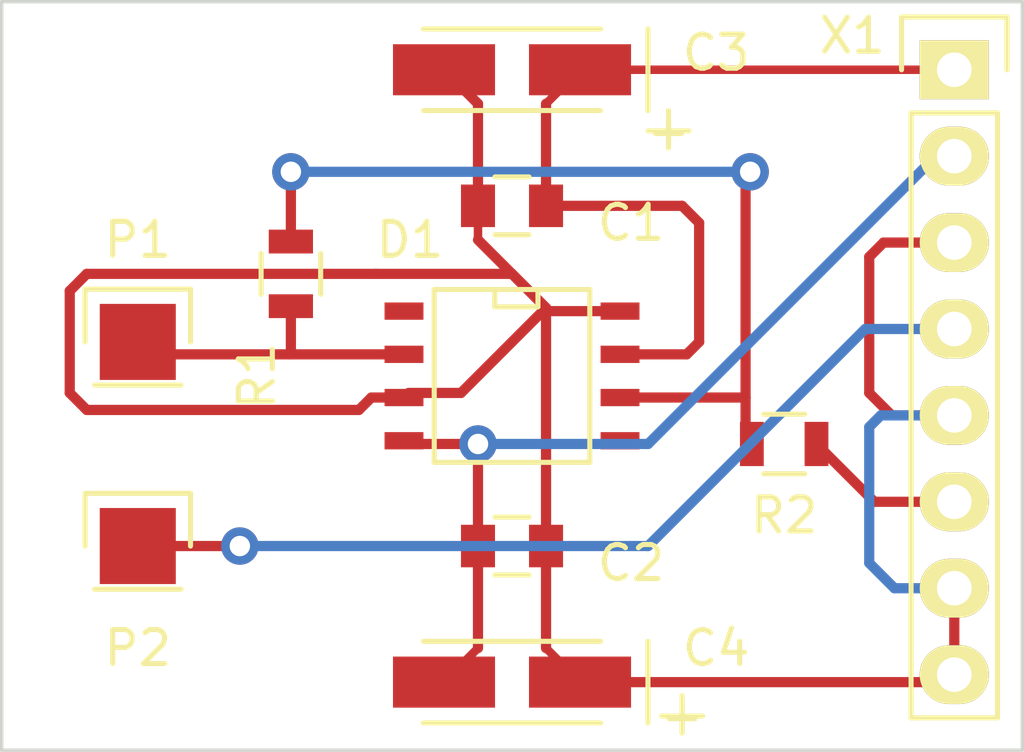
<source format=kicad_pcb>
(kicad_pcb (version 4) (host pcbnew "(2015-01-16 BZR 5376)-product")

  (general
    (links 21)
    (no_connects 0)
    (area 143.949999 93.725 177.158334 118.050001)
    (thickness 1.6)
    (drawings 4)
    (tracks 71)
    (zones 0)
    (modules 10)
    (nets 10)
  )

  (page A4)
  (layers
    (0 F.Cu signal)
    (31 B.Cu signal)
    (32 B.Adhes user)
    (33 F.Adhes user)
    (34 B.Paste user)
    (35 F.Paste user)
    (36 B.SilkS user)
    (37 F.SilkS user)
    (38 B.Mask user)
    (39 F.Mask user)
    (40 Dwgs.User user)
    (41 Cmts.User user)
    (42 Eco1.User user)
    (43 Eco2.User user)
    (44 Edge.Cuts user)
    (45 Margin user)
    (46 B.CrtYd user)
    (47 F.CrtYd user)
    (48 B.Fab user)
    (49 F.Fab user)
  )

  (setup
    (last_trace_width 0.3)
    (trace_clearance 0.25)
    (zone_clearance 0.508)
    (zone_45_only no)
    (trace_min 0.25)
    (segment_width 0.2)
    (edge_width 0.1)
    (via_size 1.1)
    (via_drill 0.6)
    (via_min_size 0.889)
    (via_min_drill 0.508)
    (uvia_size 0.508)
    (uvia_drill 0.127)
    (uvias_allowed no)
    (uvia_min_size 0.508)
    (uvia_min_drill 0.127)
    (pcb_text_width 0.3)
    (pcb_text_size 1.5 1.5)
    (mod_edge_width 0.15)
    (mod_text_size 1 1)
    (mod_text_width 0.15)
    (pad_size 2.2352 2.2352)
    (pad_drill 0)
    (pad_to_mask_clearance 0)
    (aux_axis_origin 144 96)
    (visible_elements 7FFFFFFF)
    (pcbplotparams
      (layerselection 0x010e0_80000001)
      (usegerberextensions false)
      (excludeedgelayer true)
      (linewidth 0.100000)
      (plotframeref false)
      (viasonmask false)
      (mode 1)
      (useauxorigin false)
      (hpglpennumber 1)
      (hpglpenspeed 20)
      (hpglpendiameter 15)
      (hpglpenoverlay 2)
      (psnegative false)
      (psa4output false)
      (plotreference true)
      (plotvalue true)
      (plotinvisibletext false)
      (padsonsilk false)
      (subtractmaskfromsilk false)
      (outputformat 1)
      (mirror false)
      (drillshape 0)
      (scaleselection 1)
      (outputdirectory preamp/))
  )

  (net 0 "")
  (net 1 "Net-(C1-Pad1)")
  (net 2 GND)
  (net 3 "Net-(C2-Pad1)")
  (net 4 "Net-(D1-Pad6)")
  (net 5 "Net-(D1-Pad5)")
  (net 6 "Net-(D1-Pad2)")
  (net 7 "Net-(D1-Pad1)")
  (net 8 "Net-(P2-Pad1)")
  (net 9 "Net-(R2-Pad1)")

  (net_class Default "Это класс цепей по умолчанию."
    (clearance 0.25)
    (trace_width 0.3)
    (via_dia 1.1)
    (via_drill 0.6)
    (uvia_dia 0.508)
    (uvia_drill 0.127)
    (add_net GND)
    (add_net "Net-(C1-Pad1)")
    (add_net "Net-(C2-Pad1)")
    (add_net "Net-(D1-Pad1)")
    (add_net "Net-(D1-Pad2)")
    (add_net "Net-(D1-Pad5)")
    (add_net "Net-(D1-Pad6)")
    (add_net "Net-(P2-Pad1)")
    (add_net "Net-(R2-Pad1)")
  )

  (module Capacitors_Tantalum_SMD:TantalC_SizeA_EIA-3216_HandSoldering (layer F.Cu) (tedit 55C49A43) (tstamp 559BC288)
    (at 159 116 180)
    (descr "Tantal Cap. , Size A, EIA-3216, Hand Soldering,")
    (tags "Tantal Cap. , Size A, EIA-3216, Hand Soldering,")
    (path /559BC03F)
    (attr smd)
    (fp_text reference C4 (at -6 1 180) (layer F.SilkS)
      (effects (font (size 1 1) (thickness 0.15)))
    )
    (fp_text value 10uF (at -0.09906 3.0988 180) (layer F.Fab)
      (effects (font (size 1 1) (thickness 0.15)))
    )
    (fp_text user + (at -5 -1 180) (layer F.SilkS)
      (effects (font (size 1 1) (thickness 0.15)))
    )
    (fp_line (start -2.60096 1.19888) (end 2.60096 1.19888) (layer F.SilkS) (width 0.15))
    (fp_line (start 2.60096 -1.19888) (end -2.60096 -1.19888) (layer F.SilkS) (width 0.15))
    (fp_line (start -4.99994 -1.4987) (end -4.99994 -0.39888) (layer F.SilkS) (width 0.15))
    (fp_line (start -5.59938 -0.99832) (end -4.4005 -0.99832) (layer F.SilkS) (width 0.15))
    (fp_line (start -3.99542 -1.19888) (end -3.99542 1.19888) (layer F.SilkS) (width 0.15))
    (pad 2 smd rect (at 1.99898 0 180) (size 2.99974 1.50114) (layers F.Cu F.Paste F.Mask)
      (net 3 "Net-(C2-Pad1)"))
    (pad 1 smd rect (at -1.99898 0 180) (size 2.99974 1.50114) (layers F.Cu F.Paste F.Mask)
      (net 2 GND))
    (model Capacitors_Tantalum_SMD.3dshapes/TantalC_SizeA_EIA-3216_HandSoldering.wrl
      (at (xyz 0 0 0))
      (scale (xyz 1 1 1))
      (rotate (xyz 0 0 180))
    )
  )

  (module Capacitors_SMD:C_0805 (layer F.Cu) (tedit 559BF716) (tstamp 559BC2CF)
    (at 159 102 180)
    (descr "Capacitor SMD 0805, reflow soldering, AVX (see smccp.pdf)")
    (tags "capacitor 0805")
    (path /559BBFC6)
    (attr smd)
    (fp_text reference C1 (at -3.5 -0.5 180) (layer F.SilkS)
      (effects (font (size 1 1) (thickness 0.15)))
    )
    (fp_text value 0.1 (at 0 2.1 180) (layer F.Fab) hide
      (effects (font (size 1 1) (thickness 0.15)))
    )
    (fp_line (start -1.8 -1) (end 1.8 -1) (layer F.CrtYd) (width 0.05))
    (fp_line (start -1.8 1) (end 1.8 1) (layer F.CrtYd) (width 0.05))
    (fp_line (start -1.8 -1) (end -1.8 1) (layer F.CrtYd) (width 0.05))
    (fp_line (start 1.8 -1) (end 1.8 1) (layer F.CrtYd) (width 0.05))
    (fp_line (start 0.5 -0.85) (end -0.5 -0.85) (layer F.SilkS) (width 0.15))
    (fp_line (start -0.5 0.85) (end 0.5 0.85) (layer F.SilkS) (width 0.15))
    (pad 1 smd rect (at -1 0 180) (size 1 1.25) (layers F.Cu F.Paste F.Mask)
      (net 1 "Net-(C1-Pad1)"))
    (pad 2 smd rect (at 1 0 180) (size 1 1.25) (layers F.Cu F.Paste F.Mask)
      (net 2 GND))
    (model Capacitors_SMD.3dshapes/C_0805.wrl
      (at (xyz 0 0 0))
      (scale (xyz 1 1 1))
      (rotate (xyz 0 0 0))
    )
  )

  (module Capacitors_SMD:C_0805 (layer F.Cu) (tedit 559BD752) (tstamp 559BC27C)
    (at 159 112)
    (descr "Capacitor SMD 0805, reflow soldering, AVX (see smccp.pdf)")
    (tags "capacitor 0805")
    (path /559BBF83)
    (attr smd)
    (fp_text reference C2 (at 3.5 0.5) (layer F.SilkS)
      (effects (font (size 1 1) (thickness 0.15)))
    )
    (fp_text value 0.1 (at 0 2.1) (layer F.Fab)
      (effects (font (size 1 1) (thickness 0.15)))
    )
    (fp_line (start -1.8 -1) (end 1.8 -1) (layer F.CrtYd) (width 0.05))
    (fp_line (start -1.8 1) (end 1.8 1) (layer F.CrtYd) (width 0.05))
    (fp_line (start -1.8 -1) (end -1.8 1) (layer F.CrtYd) (width 0.05))
    (fp_line (start 1.8 -1) (end 1.8 1) (layer F.CrtYd) (width 0.05))
    (fp_line (start 0.5 -0.85) (end -0.5 -0.85) (layer F.SilkS) (width 0.15))
    (fp_line (start -0.5 0.85) (end 0.5 0.85) (layer F.SilkS) (width 0.15))
    (pad 1 smd rect (at -1 0) (size 1 1.25) (layers F.Cu F.Paste F.Mask)
      (net 3 "Net-(C2-Pad1)"))
    (pad 2 smd rect (at 1 0) (size 1 1.25) (layers F.Cu F.Paste F.Mask)
      (net 2 GND))
    (model Capacitors_SMD.3dshapes/C_0805.wrl
      (at (xyz 0 0 0))
      (scale (xyz 1 1 1))
      (rotate (xyz 0 0 0))
    )
  )

  (module Capacitors_Tantalum_SMD:TantalC_SizeA_EIA-3216_HandSoldering (layer F.Cu) (tedit 559BD74C) (tstamp 559BC282)
    (at 159 98 180)
    (descr "Tantal Cap. , Size A, EIA-3216, Hand Soldering,")
    (tags "Tantal Cap. , Size A, EIA-3216, Hand Soldering,")
    (path /559BC07E)
    (attr smd)
    (fp_text reference C3 (at -6 0.5 180) (layer F.SilkS)
      (effects (font (size 1 1) (thickness 0.15)))
    )
    (fp_text value 10uF (at -0.09906 3.0988 180) (layer F.Fab) hide
      (effects (font (size 1 1) (thickness 0.15)))
    )
    (fp_text user + (at -4.59994 -1.80086 180) (layer F.SilkS)
      (effects (font (size 1 1) (thickness 0.15)))
    )
    (fp_line (start -2.60096 1.19888) (end 2.60096 1.19888) (layer F.SilkS) (width 0.15))
    (fp_line (start 2.60096 -1.19888) (end -2.60096 -1.19888) (layer F.SilkS) (width 0.15))
    (fp_line (start -4.59994 -2.2987) (end -4.59994 -1.19888) (layer F.SilkS) (width 0.15))
    (fp_line (start -5.19938 -1.79832) (end -4.0005 -1.79832) (layer F.SilkS) (width 0.15))
    (fp_line (start -3.99542 -1.19888) (end -3.99542 1.19888) (layer F.SilkS) (width 0.15))
    (pad 2 smd rect (at 1.99898 0 180) (size 2.99974 1.50114) (layers F.Cu F.Paste F.Mask)
      (net 2 GND))
    (pad 1 smd rect (at -1.99898 0 180) (size 2.99974 1.50114) (layers F.Cu F.Paste F.Mask)
      (net 1 "Net-(C1-Pad1)"))
    (model Capacitors_Tantalum_SMD.3dshapes/TantalC_SizeA_EIA-3216_HandSoldering.wrl
      (at (xyz 0 0 0))
      (scale (xyz 1 1 1))
      (rotate (xyz 0 0 180))
    )
  )

  (module SMD_Packages:SOIC-8-N (layer F.Cu) (tedit 559BD765) (tstamp 559BC294)
    (at 159 107 270)
    (descr "Module Narrow CMS SOJ 8 pins large")
    (tags "CMS SOJ")
    (path /559BBD84)
    (attr smd)
    (fp_text reference D1 (at -4 3 360) (layer F.SilkS)
      (effects (font (size 1 1) (thickness 0.15)))
    )
    (fp_text value OPA124 (at 0 1.27 270) (layer F.Fab)
      (effects (font (size 1 1) (thickness 0.15)))
    )
    (fp_line (start -2.54 -2.286) (end 2.54 -2.286) (layer F.SilkS) (width 0.15))
    (fp_line (start 2.54 -2.286) (end 2.54 2.286) (layer F.SilkS) (width 0.15))
    (fp_line (start 2.54 2.286) (end -2.54 2.286) (layer F.SilkS) (width 0.15))
    (fp_line (start -2.54 2.286) (end -2.54 -2.286) (layer F.SilkS) (width 0.15))
    (fp_line (start -2.54 -0.762) (end -2.032 -0.762) (layer F.SilkS) (width 0.15))
    (fp_line (start -2.032 -0.762) (end -2.032 0.508) (layer F.SilkS) (width 0.15))
    (fp_line (start -2.032 0.508) (end -2.54 0.508) (layer F.SilkS) (width 0.15))
    (pad 8 smd rect (at -1.905 -3.175 270) (size 0.508 1.143) (layers F.Cu F.Paste F.Mask)
      (net 2 GND))
    (pad 7 smd rect (at -0.635 -3.175 270) (size 0.508 1.143) (layers F.Cu F.Paste F.Mask)
      (net 1 "Net-(C1-Pad1)"))
    (pad 6 smd rect (at 0.635 -3.175 270) (size 0.508 1.143) (layers F.Cu F.Paste F.Mask)
      (net 4 "Net-(D1-Pad6)"))
    (pad 5 smd rect (at 1.905 -3.175 270) (size 0.508 1.143) (layers F.Cu F.Paste F.Mask)
      (net 5 "Net-(D1-Pad5)"))
    (pad 4 smd rect (at 1.905 3.175 270) (size 0.508 1.143) (layers F.Cu F.Paste F.Mask)
      (net 3 "Net-(C2-Pad1)"))
    (pad 3 smd rect (at 0.635 3.175 270) (size 0.508 1.143) (layers F.Cu F.Paste F.Mask)
      (net 2 GND))
    (pad 2 smd rect (at -0.635 3.175 270) (size 0.508 1.143) (layers F.Cu F.Paste F.Mask)
      (net 6 "Net-(D1-Pad2)"))
    (pad 1 smd rect (at -1.905 3.175 270) (size 0.508 1.143) (layers F.Cu F.Paste F.Mask)
      (net 7 "Net-(D1-Pad1)"))
    (model SMD_Packages.3dshapes/SOIC-8-N.wrl
      (at (xyz 0 0 0))
      (scale (xyz 0.5 0.38 0.5))
      (rotate (xyz 0 0 0))
    )
  )

  (module Pin_Headers:Pin_Header_Straight_1x01 (layer F.Cu) (tedit 559BF22B) (tstamp 559BDAB4)
    (at 148 106)
    (descr "Through hole pin header")
    (tags "pin header")
    (path /559BCCA5)
    (fp_text reference P1 (at 0 -3) (layer F.SilkS)
      (effects (font (size 1 1) (thickness 0.15)))
    )
    (fp_text value TAP (at 0 -3.1) (layer F.Fab)
      (effects (font (size 1 1) (thickness 0.15)))
    )
    (fp_line (start 1.55 -1.55) (end 1.55 0) (layer F.SilkS) (width 0.15))
    (fp_line (start -1.75 -1.75) (end -1.75 1.75) (layer F.CrtYd) (width 0.05))
    (fp_line (start 1.75 -1.75) (end 1.75 1.75) (layer F.CrtYd) (width 0.05))
    (fp_line (start -1.75 -1.75) (end 1.75 -1.75) (layer F.CrtYd) (width 0.05))
    (fp_line (start -1.75 1.75) (end 1.75 1.75) (layer F.CrtYd) (width 0.05))
    (fp_line (start -1.55 0) (end -1.55 -1.55) (layer F.SilkS) (width 0.15))
    (fp_line (start -1.55 -1.55) (end 1.55 -1.55) (layer F.SilkS) (width 0.15))
    (fp_line (start -1.27 1.27) (end 1.27 1.27) (layer F.SilkS) (width 0.15))
    (pad 1 smd rect (at 0 0) (size 2.2352 2.2352) (layers F.Cu F.Paste F.Mask)
      (net 6 "Net-(D1-Pad2)"))
    (model Pin_Headers.3dshapes/Pin_Header_Straight_1x01.wrl
      (at (xyz 0 0 0))
      (scale (xyz 1 1 1))
      (rotate (xyz 0 0 90))
    )
  )

  (module Pin_Headers:Pin_Header_Straight_1x01 (layer F.Cu) (tedit 559BF232) (tstamp 559BDAA6)
    (at 148 112)
    (descr "Through hole pin header")
    (tags "pin header")
    (path /559BCD0C)
    (fp_text reference P2 (at 0 3) (layer F.SilkS)
      (effects (font (size 1 1) (thickness 0.15)))
    )
    (fp_text value SUB (at 0 -3.1) (layer F.Fab)
      (effects (font (size 1 1) (thickness 0.15)))
    )
    (fp_line (start 1.55 -1.55) (end 1.55 0) (layer F.SilkS) (width 0.15))
    (fp_line (start -1.75 -1.75) (end -1.75 1.75) (layer F.CrtYd) (width 0.05))
    (fp_line (start 1.75 -1.75) (end 1.75 1.75) (layer F.CrtYd) (width 0.05))
    (fp_line (start -1.75 -1.75) (end 1.75 -1.75) (layer F.CrtYd) (width 0.05))
    (fp_line (start -1.75 1.75) (end 1.75 1.75) (layer F.CrtYd) (width 0.05))
    (fp_line (start -1.55 0) (end -1.55 -1.55) (layer F.SilkS) (width 0.15))
    (fp_line (start -1.55 -1.55) (end 1.55 -1.55) (layer F.SilkS) (width 0.15))
    (fp_line (start -1.27 1.27) (end 1.27 1.27) (layer F.SilkS) (width 0.15))
    (pad 1 smd rect (at 0 0) (size 2.2352 2.2352) (layers F.Cu F.Paste F.Mask)
      (net 8 "Net-(P2-Pad1)"))
    (model Pin_Headers.3dshapes/Pin_Header_Straight_1x01.wrl
      (at (xyz 0 0 0))
      (scale (xyz 1 1 1))
      (rotate (xyz 0 0 90))
    )
  )

  (module Resistors_SMD:R_0805 (layer F.Cu) (tedit 559BD76F) (tstamp 559BC2A4)
    (at 152.5 104 270)
    (descr "Resistor SMD 0805, reflow soldering, Vishay (see dcrcw.pdf)")
    (tags "resistor 0805")
    (path /559BBE78)
    (attr smd)
    (fp_text reference R1 (at 3 1 270) (layer F.SilkS)
      (effects (font (size 1 1) (thickness 0.15)))
    )
    (fp_text value 100M (at 0 2.1 270) (layer F.Fab) hide
      (effects (font (size 1 1) (thickness 0.15)))
    )
    (fp_line (start -1.6 -1) (end 1.6 -1) (layer F.CrtYd) (width 0.05))
    (fp_line (start -1.6 1) (end 1.6 1) (layer F.CrtYd) (width 0.05))
    (fp_line (start -1.6 -1) (end -1.6 1) (layer F.CrtYd) (width 0.05))
    (fp_line (start 1.6 -1) (end 1.6 1) (layer F.CrtYd) (width 0.05))
    (fp_line (start 0.6 0.875) (end -0.6 0.875) (layer F.SilkS) (width 0.15))
    (fp_line (start -0.6 -0.875) (end 0.6 -0.875) (layer F.SilkS) (width 0.15))
    (pad 1 smd rect (at -0.95 0 270) (size 0.7 1.3) (layers F.Cu F.Paste F.Mask)
      (net 4 "Net-(D1-Pad6)"))
    (pad 2 smd rect (at 0.95 0 270) (size 0.7 1.3) (layers F.Cu F.Paste F.Mask)
      (net 6 "Net-(D1-Pad2)"))
    (model Resistors_SMD.3dshapes/R_0805.wrl
      (at (xyz 0 0 0))
      (scale (xyz 1 1 1))
      (rotate (xyz 0 0 0))
    )
  )

  (module Resistors_SMD:R_0805 (layer F.Cu) (tedit 5415CDEB) (tstamp 559BC2AA)
    (at 167 109 180)
    (descr "Resistor SMD 0805, reflow soldering, Vishay (see dcrcw.pdf)")
    (tags "resistor 0805")
    (path /559BBEF1)
    (attr smd)
    (fp_text reference R2 (at 0 -2.1 180) (layer F.SilkS)
      (effects (font (size 1 1) (thickness 0.15)))
    )
    (fp_text value 220 (at 0 2.1 180) (layer F.Fab)
      (effects (font (size 1 1) (thickness 0.15)))
    )
    (fp_line (start -1.6 -1) (end 1.6 -1) (layer F.CrtYd) (width 0.05))
    (fp_line (start -1.6 1) (end 1.6 1) (layer F.CrtYd) (width 0.05))
    (fp_line (start -1.6 -1) (end -1.6 1) (layer F.CrtYd) (width 0.05))
    (fp_line (start 1.6 -1) (end 1.6 1) (layer F.CrtYd) (width 0.05))
    (fp_line (start 0.6 0.875) (end -0.6 0.875) (layer F.SilkS) (width 0.15))
    (fp_line (start -0.6 -0.875) (end 0.6 -0.875) (layer F.SilkS) (width 0.15))
    (pad 1 smd rect (at -0.95 0 180) (size 0.7 1.3) (layers F.Cu F.Paste F.Mask)
      (net 9 "Net-(R2-Pad1)"))
    (pad 2 smd rect (at 0.95 0 180) (size 0.7 1.3) (layers F.Cu F.Paste F.Mask)
      (net 4 "Net-(D1-Pad6)"))
    (model Resistors_SMD.3dshapes/R_0805.wrl
      (at (xyz 0 0 0))
      (scale (xyz 1 1 1))
      (rotate (xyz 0 0 0))
    )
  )

  (module Pin_Headers:Pin_Header_Straight_1x08 (layer F.Cu) (tedit 559BD7F9) (tstamp 559BC2B6)
    (at 172 98)
    (descr "Through hole pin header")
    (tags "pin header")
    (path /559BC376)
    (fp_text reference X1 (at -3 -1) (layer F.SilkS)
      (effects (font (size 1 1) (thickness 0.15)))
    )
    (fp_text value CONN_01X08 (at 0 -3.1) (layer F.Fab) hide
      (effects (font (size 1 1) (thickness 0.15)))
    )
    (fp_line (start -1.75 -1.75) (end -1.75 19.55) (layer F.CrtYd) (width 0.05))
    (fp_line (start 1.75 -1.75) (end 1.75 19.55) (layer F.CrtYd) (width 0.05))
    (fp_line (start -1.75 -1.75) (end 1.75 -1.75) (layer F.CrtYd) (width 0.05))
    (fp_line (start -1.75 19.55) (end 1.75 19.55) (layer F.CrtYd) (width 0.05))
    (fp_line (start 1.27 1.27) (end 1.27 19.05) (layer F.SilkS) (width 0.15))
    (fp_line (start 1.27 19.05) (end -1.27 19.05) (layer F.SilkS) (width 0.15))
    (fp_line (start -1.27 19.05) (end -1.27 1.27) (layer F.SilkS) (width 0.15))
    (fp_line (start 1.55 -1.55) (end 1.55 0) (layer F.SilkS) (width 0.15))
    (fp_line (start 1.27 1.27) (end -1.27 1.27) (layer F.SilkS) (width 0.15))
    (fp_line (start -1.55 0) (end -1.55 -1.55) (layer F.SilkS) (width 0.15))
    (fp_line (start -1.55 -1.55) (end 1.55 -1.55) (layer F.SilkS) (width 0.15))
    (pad 1 thru_hole rect (at 0 0) (size 2.032 1.7272) (drill 1.016) (layers *.Cu *.Mask F.SilkS)
      (net 1 "Net-(C1-Pad1)"))
    (pad 2 thru_hole oval (at 0 2.54) (size 2.032 1.7272) (drill 1.016) (layers *.Cu *.Mask F.SilkS)
      (net 3 "Net-(C2-Pad1)"))
    (pad 3 thru_hole oval (at 0 5.08) (size 2.032 1.7272) (drill 1.016) (layers *.Cu *.Mask F.SilkS)
      (net 2 GND))
    (pad 4 thru_hole oval (at 0 7.62) (size 2.032 1.7272) (drill 1.016) (layers *.Cu *.Mask F.SilkS)
      (net 8 "Net-(P2-Pad1)"))
    (pad 5 thru_hole oval (at 0 10.16) (size 2.032 1.7272) (drill 1.016) (layers *.Cu *.Mask F.SilkS)
      (net 2 GND))
    (pad 6 thru_hole oval (at 0 12.7) (size 2.032 1.7272) (drill 1.016) (layers *.Cu *.Mask F.SilkS)
      (net 9 "Net-(R2-Pad1)"))
    (pad 7 thru_hole oval (at 0 15.24) (size 2.032 1.7272) (drill 1.016) (layers *.Cu *.Mask F.SilkS)
      (net 2 GND))
    (pad 8 thru_hole oval (at 0 17.78) (size 2.032 1.7272) (drill 1.016) (layers *.Cu *.Mask F.SilkS)
      (net 2 GND))
    (model Pin_Headers.3dshapes/Pin_Header_Straight_1x08.wrl
      (at (xyz 0 -0.35 0))
      (scale (xyz 1 1 1))
      (rotate (xyz 0 0 90))
    )
  )

  (gr_line (start 144 118) (end 174 118) (angle 90) (layer Edge.Cuts) (width 0.1))
  (gr_line (start 144 96) (end 144 118) (angle 90) (layer Edge.Cuts) (width 0.1))
  (gr_line (start 174 96) (end 144 96) (angle 90) (layer Edge.Cuts) (width 0.1))
  (gr_line (start 174 118) (end 174 96) (angle 90) (layer Edge.Cuts) (width 0.1))

  (segment (start 160 102) (end 160 98.99898) (width 0.3) (layer F.Cu) (net 1))
  (segment (start 160 98.99898) (end 160.99898 98) (width 0.25) (layer F.Cu) (net 1) (tstamp 559BD618))
  (segment (start 162.175 106.365) (end 164.135 106.365) (width 0.3) (layer F.Cu) (net 1))
  (segment (start 164 102) (end 160 102) (width 0.3) (layer F.Cu) (net 1) (tstamp 559BD614))
  (segment (start 164.5 102.5) (end 164 102) (width 0.3) (layer F.Cu) (net 1) (tstamp 559BD613))
  (segment (start 164.5 106) (end 164.5 102.5) (width 0.3) (layer F.Cu) (net 1) (tstamp 559BD60F))
  (segment (start 164.135 106.365) (end 164.5 106) (width 0.3) (layer F.Cu) (net 1) (tstamp 559BD605))
  (segment (start 172 98) (end 160.99898 98) (width 0.25) (layer F.Cu) (net 1))
  (segment (start 155 104) (end 146.5 104) (width 0.3) (layer F.Cu) (net 2))
  (segment (start 155 104) (end 159 104) (width 0.3) (layer F.Cu) (net 2) (tstamp 559BDAE7))
  (segment (start 160 105) (end 159 104) (width 0.3) (layer F.Cu) (net 2) (tstamp 559BDAED))
  (segment (start 154.865 107.635) (end 155.825 107.635) (width 0.3) (layer F.Cu) (net 2) (tstamp 559BF017))
  (segment (start 154.5 108) (end 154.865 107.635) (width 0.3) (layer F.Cu) (net 2) (tstamp 559BF016))
  (segment (start 146.5 108) (end 154.5 108) (width 0.3) (layer F.Cu) (net 2) (tstamp 559BF015))
  (segment (start 146 107.5) (end 146.5 108) (width 0.3) (layer F.Cu) (net 2) (tstamp 559BF014))
  (segment (start 146 104.5) (end 146 107.5) (width 0.3) (layer F.Cu) (net 2) (tstamp 559BF013))
  (segment (start 146.5 104) (end 146 104.5) (width 0.3) (layer F.Cu) (net 2) (tstamp 559BF012))
  (segment (start 160 105) (end 157.5 107.5) (width 0.3) (layer F.Cu) (net 2))
  (segment (start 157.5 107.5) (end 155.96 107.5) (width 0.3) (layer F.Cu) (net 2) (tstamp 559BDA06))
  (segment (start 155.96 107.5) (end 155.825 107.635) (width 0.25) (layer F.Cu) (net 2) (tstamp 559BDA0E))
  (segment (start 160 105) (end 158 103) (width 0.3) (layer F.Cu) (net 2))
  (segment (start 158 103) (end 158 102) (width 0.25) (layer F.Cu) (net 2) (tstamp 559BDA00))
  (segment (start 160 112) (end 160 105) (width 0.3) (layer F.Cu) (net 2))
  (segment (start 160.095 105.095) (end 162.175 105.095) (width 0.3) (layer F.Cu) (net 2) (tstamp 559BD9FB))
  (segment (start 160 105) (end 160.095 105.095) (width 0.25) (layer F.Cu) (net 2) (tstamp 559BD9F5))
  (segment (start 172 113.24) (end 170.24 113.24) (width 0.3) (layer B.Cu) (net 2))
  (segment (start 169.84 108.16) (end 172 108.16) (width 0.3) (layer B.Cu) (net 2) (tstamp 559BD6DB))
  (segment (start 169.5 108.5) (end 169.84 108.16) (width 0.3) (layer B.Cu) (net 2) (tstamp 559BD6D9))
  (segment (start 169.5 112.5) (end 169.5 108.5) (width 0.3) (layer B.Cu) (net 2) (tstamp 559BD6D7))
  (segment (start 170.24 113.24) (end 169.5 112.5) (width 0.3) (layer B.Cu) (net 2) (tstamp 559BD6D4))
  (segment (start 172 108.16) (end 170.16 108.16) (width 0.3) (layer F.Cu) (net 2))
  (segment (start 170.16 108.16) (end 169.5 107.5) (width 0.3) (layer F.Cu) (net 2) (tstamp 559BD6A8))
  (segment (start 169.5 107.5) (end 169.5 103.5) (width 0.3) (layer F.Cu) (net 2) (tstamp 559BD6AA))
  (segment (start 169.5 103.5) (end 169.92 103.08) (width 0.3) (layer F.Cu) (net 2) (tstamp 559BD6AC))
  (segment (start 169.92 103.08) (end 172 103.08) (width 0.3) (layer F.Cu) (net 2) (tstamp 559BD6AF))
  (segment (start 172 115.78) (end 172 113.24) (width 0.3) (layer F.Cu) (net 2))
  (segment (start 160.99898 116) (end 171.78 116) (width 0.3) (layer F.Cu) (net 2) (status 10))
  (segment (start 171.78 116) (end 172 115.78) (width 0.25) (layer F.Cu) (net 2) (tstamp 559BD643))
  (segment (start 160 112) (end 160 115.00102) (width 0.3) (layer F.Cu) (net 2))
  (segment (start 160 115.00102) (end 160.99898 116) (width 0.25) (layer F.Cu) (net 2) (tstamp 559BD640) (status 20))
  (segment (start 158 102) (end 158 98.99898) (width 0.3) (layer F.Cu) (net 2))
  (segment (start 158 98.99898) (end 157.00102 98) (width 0.3) (layer F.Cu) (net 2) (tstamp 559BD61B))
  (segment (start 158 109) (end 155.92 109) (width 0.3) (layer F.Cu) (net 3))
  (segment (start 155.92 109) (end 155.825 108.905) (width 0.25) (layer F.Cu) (net 3) (tstamp 559BD9F0))
  (segment (start 158 112) (end 158 109) (width 0.3) (layer F.Cu) (net 3))
  (segment (start 163 109) (end 171.46 100.54) (width 0.3) (layer B.Cu) (net 3) (tstamp 559BD9E5))
  (segment (start 158 109) (end 163 109) (width 0.3) (layer B.Cu) (net 3) (tstamp 559BD9E4))
  (via (at 158 109) (size 1.1) (layers F.Cu B.Cu) (net 3))
  (segment (start 171.46 100.54) (end 172 100.54) (width 0.25) (layer B.Cu) (net 3) (tstamp 559BD9E9))
  (segment (start 158 112) (end 158 115.00102) (width 0.3) (layer F.Cu) (net 3))
  (segment (start 158 115.00102) (end 157.00102 116) (width 0.25) (layer F.Cu) (net 3) (tstamp 559BD63D) (status 20))
  (segment (start 152.5 103.05) (end 152.5 101) (width 0.3) (layer F.Cu) (net 4))
  (segment (start 165.865 101.135) (end 166 101) (width 0.25) (layer F.Cu) (net 4) (tstamp 559BDBAF))
  (via (at 166 101) (size 1.1) (layers F.Cu B.Cu) (net 4))
  (segment (start 166 101) (end 152.5 101) (width 0.3) (layer B.Cu) (net 4) (tstamp 559BDBB9))
  (via (at 152.5 101) (size 1.1) (layers F.Cu B.Cu) (net 4))
  (segment (start 165.865 101.135) (end 165.865 107.635) (width 0.3) (layer F.Cu) (net 4))
  (segment (start 165.865 107.635) (end 165.865 108.815) (width 0.3) (layer F.Cu) (net 4))
  (segment (start 165.865 108.815) (end 166.05 109) (width 0.25) (layer F.Cu) (net 4) (tstamp 559BD916))
  (segment (start 162.175 107.635) (end 165.865 107.635) (width 0.3) (layer F.Cu) (net 4))
  (segment (start 152.5 106.365) (end 152.5 104.95) (width 0.3) (layer F.Cu) (net 6))
  (segment (start 155.825 106.365) (end 152.5 106.365) (width 0.3) (layer F.Cu) (net 6))
  (segment (start 152.5 106.365) (end 148.365 106.365) (width 0.3) (layer F.Cu) (net 6) (tstamp 559BF022))
  (segment (start 148.365 106.365) (end 148 106) (width 0.25) (layer F.Cu) (net 6) (tstamp 559BF01A))
  (segment (start 148 112) (end 151 112) (width 0.3) (layer F.Cu) (net 8))
  (segment (start 169.38 105.62) (end 172 105.62) (width 0.3) (layer B.Cu) (net 8) (tstamp 559BF270))
  (segment (start 163 112) (end 169.38 105.62) (width 0.3) (layer B.Cu) (net 8) (tstamp 559BF26D))
  (segment (start 151 112) (end 163 112) (width 0.3) (layer B.Cu) (net 8) (tstamp 559BF26C))
  (via (at 151 112) (size 1.1) (layers F.Cu B.Cu) (net 8))
  (segment (start 172 110.7) (end 169.65 110.7) (width 0.3) (layer F.Cu) (net 9))
  (segment (start 169.65 110.7) (end 167.95 109) (width 0.3) (layer F.Cu) (net 9) (tstamp 559BD620))

  (zone (net 2) (net_name GND) (layer F.Cu) (tstamp 559BDB0F) (hatch edge 0.508)
    (connect_pads (clearance 0.508))
    (min_thickness 0.254)
    (fill yes (arc_segments 16) (thermal_gap 0.508) (thermal_bridge_width 0.508))
    (polygon
      (pts
        (xy 157.5 107.5) (xy 157.5 104) (xy 159 104) (xy 160 105)
      )
    )
  )
)

</source>
